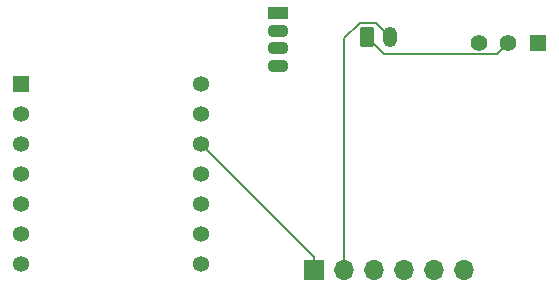
<source format=gbr>
%TF.GenerationSoftware,KiCad,Pcbnew,8.0.8*%
%TF.CreationDate,2025-05-04T21:31:51-07:00*%
%TF.ProjectId,ACL_ToF,41434c5f-546f-4462-9e6b-696361645f70,rev?*%
%TF.SameCoordinates,Original*%
%TF.FileFunction,Copper,L2,Bot*%
%TF.FilePolarity,Positive*%
%FSLAX46Y46*%
G04 Gerber Fmt 4.6, Leading zero omitted, Abs format (unit mm)*
G04 Created by KiCad (PCBNEW 8.0.8) date 2025-05-04 21:31:51*
%MOMM*%
%LPD*%
G01*
G04 APERTURE LIST*
G04 Aperture macros list*
%AMRoundRect*
0 Rectangle with rounded corners*
0 $1 Rounding radius*
0 $2 $3 $4 $5 $6 $7 $8 $9 X,Y pos of 4 corners*
0 Add a 4 corners polygon primitive as box body*
4,1,4,$2,$3,$4,$5,$6,$7,$8,$9,$2,$3,0*
0 Add four circle primitives for the rounded corners*
1,1,$1+$1,$2,$3*
1,1,$1+$1,$4,$5*
1,1,$1+$1,$6,$7*
1,1,$1+$1,$8,$9*
0 Add four rect primitives between the rounded corners*
20,1,$1+$1,$2,$3,$4,$5,0*
20,1,$1+$1,$4,$5,$6,$7,0*
20,1,$1+$1,$6,$7,$8,$9,0*
20,1,$1+$1,$8,$9,$2,$3,0*%
G04 Aperture macros list end*
%TA.AperFunction,ComponentPad*%
%ADD10R,1.408000X1.408000*%
%TD*%
%TA.AperFunction,ComponentPad*%
%ADD11C,1.408000*%
%TD*%
%TA.AperFunction,ComponentPad*%
%ADD12RoundRect,0.250000X-0.350000X-0.625000X0.350000X-0.625000X0.350000X0.625000X-0.350000X0.625000X0*%
%TD*%
%TA.AperFunction,ComponentPad*%
%ADD13O,1.200000X1.750000*%
%TD*%
%TA.AperFunction,ComponentPad*%
%ADD14R,1.800000X1.100000*%
%TD*%
%TA.AperFunction,ComponentPad*%
%ADD15O,1.800000X1.100000*%
%TD*%
%TA.AperFunction,ComponentPad*%
%ADD16R,1.358000X1.358000*%
%TD*%
%TA.AperFunction,ComponentPad*%
%ADD17C,1.358000*%
%TD*%
%TA.AperFunction,ComponentPad*%
%ADD18R,1.700000X1.700000*%
%TD*%
%TA.AperFunction,ComponentPad*%
%ADD19O,1.700000X1.700000*%
%TD*%
%TA.AperFunction,Conductor*%
%ADD20C,0.200000*%
%TD*%
G04 APERTURE END LIST*
D10*
%TO.P,SW1,1,A*%
%TO.N,/VCC*%
X172500000Y-66500000D03*
D11*
%TO.P,SW1,2,B*%
%TO.N,/BT1+*%
X170000000Y-66500000D03*
%TO.P,SW1,3,C*%
%TO.N,unconnected-(SW1-C-Pad3)*%
X167500000Y-66500000D03*
%TD*%
D12*
%TO.P,BT1,1,+*%
%TO.N,/BT1+*%
X158000000Y-66000000D03*
D13*
%TO.P,BT1,2,-*%
%TO.N,/GND*%
X160000000Y-66000000D03*
%TD*%
D14*
%TO.P,D1,1,RK*%
%TO.N,/LED_R*%
X150500000Y-64000000D03*
D15*
%TO.P,D1,2,GK*%
%TO.N,/LED_G*%
X150500000Y-65520000D03*
%TO.P,D1,3,BK*%
%TO.N,/LED_B*%
X150500000Y-67000000D03*
%TO.P,D1,4,A*%
%TO.N,/GND*%
X150500000Y-68500000D03*
%TD*%
D16*
%TO.P,U1,1,D0*%
%TO.N,unconnected-(U1-D0-Pad1)*%
X128760000Y-70000000D03*
D17*
%TO.P,U1,2,D1*%
%TO.N,unconnected-(U1-D1-Pad2)*%
X128760000Y-72540000D03*
%TO.P,U1,3,D2*%
%TO.N,unconnected-(U1-D2-Pad3)*%
X128760000Y-75080000D03*
%TO.P,U1,4,D3*%
%TO.N,unconnected-(U1-D3-Pad4)*%
X128760000Y-77620000D03*
%TO.P,U1,5,D4*%
%TO.N,Net-(J1-SDA)*%
X128760000Y-80160000D03*
%TO.P,U1,6,D5*%
%TO.N,Net-(J1-SCL)*%
X128760000Y-82700000D03*
%TO.P,U1,7,TX_D6*%
%TO.N,unconnected-(U1-TX_D6-Pad7)*%
X128760000Y-85240000D03*
%TO.P,U1,8,RX_D7*%
%TO.N,Net-(U1-RX_D7)*%
X144000000Y-85240000D03*
%TO.P,U1,9,D8*%
%TO.N,Net-(U1-D8)*%
X144000000Y-82700000D03*
%TO.P,U1,10,D9*%
%TO.N,Net-(U1-D9)*%
X144000000Y-80160000D03*
%TO.P,U1,11,D10*%
%TO.N,unconnected-(U1-D10-Pad11)*%
X144000000Y-77620000D03*
%TO.P,U1,12,VCC_3V3*%
%TO.N,/3V3*%
X144000000Y-75080000D03*
%TO.P,U1,13,GND*%
%TO.N,/GND*%
X144000000Y-72540000D03*
%TO.P,U1,14,VUSB*%
%TO.N,/VCC*%
X144000000Y-70000000D03*
%TD*%
D18*
%TO.P,J1,1,VIN*%
%TO.N,/3V3*%
X153550000Y-85770000D03*
D19*
%TO.P,J1,2,GND*%
%TO.N,/GND*%
X156090000Y-85770000D03*
%TO.P,J1,3,SCL*%
%TO.N,Net-(J1-SCL)*%
X158630000Y-85770000D03*
%TO.P,J1,4,SDA*%
%TO.N,Net-(J1-SDA)*%
X161170000Y-85770000D03*
%TO.P,J1,5,GPIO1*%
%TO.N,unconnected-(J1-GPIO1-Pad5)*%
X163710000Y-85770000D03*
%TO.P,J1,6,XSHUT*%
%TO.N,unconnected-(J1-XSHUT-Pad6)*%
X166250000Y-85770000D03*
%TD*%
D20*
%TO.N,/GND*%
X156090000Y-85770000D02*
X156090000Y-66150256D01*
X156090000Y-66150256D02*
X157415256Y-64825000D01*
X157415256Y-64825000D02*
X158825000Y-64825000D01*
X158825000Y-64825000D02*
X160000000Y-66000000D01*
%TO.N,/3V3*%
X153550000Y-84630000D02*
X144000000Y-75080000D01*
X153550000Y-85770000D02*
X153550000Y-84630000D01*
%TO.N,/BT1+*%
X168996000Y-67504000D02*
X159504000Y-67504000D01*
X170000000Y-66500000D02*
X168996000Y-67504000D01*
X159504000Y-67504000D02*
X158000000Y-66000000D01*
%TD*%
M02*

</source>
